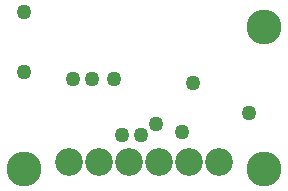
<source format=gbs>
G75*
G70*
%OFA0B0*%
%FSLAX24Y24*%
%IPPOS*%
%LPD*%
%AMOC8*
5,1,8,0,0,1.08239X$1,22.5*
%
%ADD10C,0.1162*%
%ADD11C,0.0920*%
%ADD12C,0.0496*%
D10*
X001440Y001440D03*
X009440Y001440D03*
X009440Y006190D03*
D11*
X007940Y001690D03*
X006940Y001690D03*
X005940Y001690D03*
X004940Y001690D03*
X003940Y001690D03*
X002940Y001690D03*
D12*
X004690Y002565D03*
X005315Y002565D03*
X005815Y002940D03*
X006690Y002690D03*
X007065Y004315D03*
X008940Y003315D03*
X004440Y004440D03*
X003690Y004440D03*
X003065Y004440D03*
X001440Y004690D03*
X001440Y006690D03*
M02*

</source>
